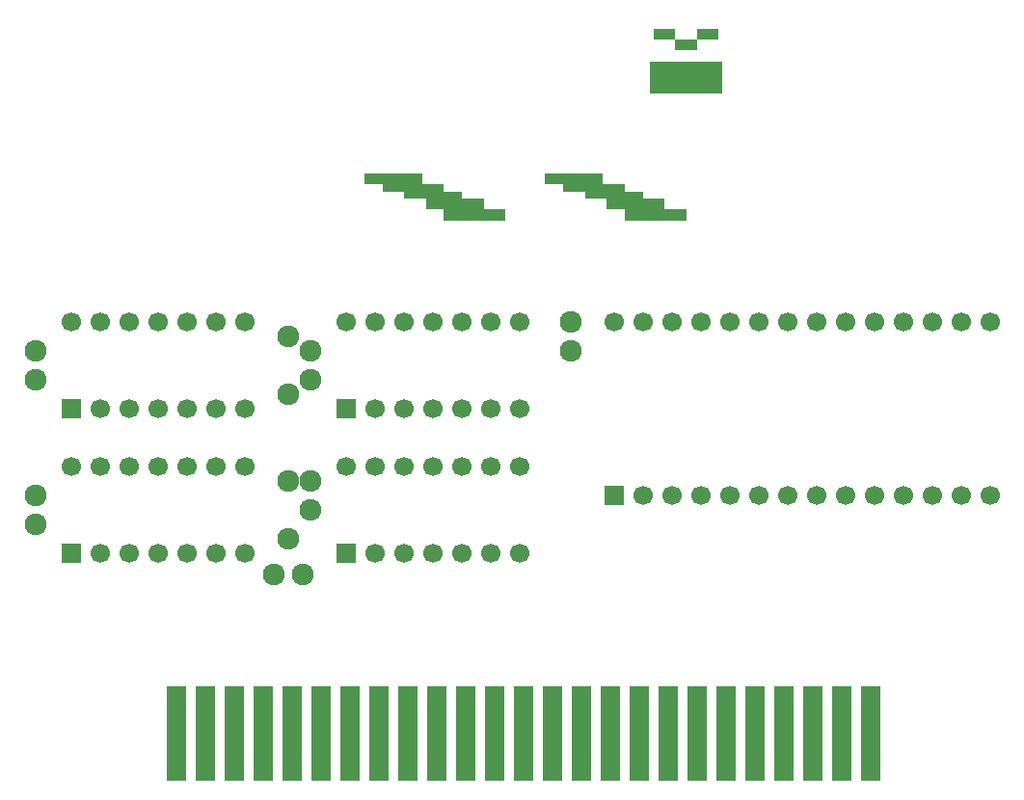
<source format=gbr>
G04 DipTrace 2.4.0.2*
%INTopMask.gbr*%
%MOIN*%
%ADD29C,0.0669*%
%ADD31R,0.0669X0.0669*%
%ADD33R,0.0679X0.3279*%
%ADD35C,0.0759*%
%FSLAX44Y44*%
G04*
G70*
G90*
G75*
G01*
%LNTopMask*%
%LPD*%
D35*
X25904Y20387D3*
Y21387D3*
X16654Y12637D3*
X15654Y12638D3*
X16904Y20387D3*
X16903Y19387D3*
X7404Y20387D3*
X7403Y19387D3*
X16904Y15887D3*
X16903Y14887D3*
X7404Y15387D3*
X7403Y14387D3*
D33*
X36279Y7137D3*
X35279D3*
X34279D3*
X33279D3*
X32279D3*
X31279D3*
X30279D3*
X29279D3*
X28279D3*
X27279D3*
X26279D3*
X25279D3*
X24279D3*
X23279D3*
X22279D3*
X21279D3*
X20279D3*
X19279D3*
X18279D3*
X17279D3*
X16279D3*
X15279D3*
X14279D3*
X13279D3*
X12279D3*
D35*
X16154Y15887D3*
Y13887D3*
Y18887D3*
Y20887D3*
D31*
X27404Y15387D3*
D29*
X28404D3*
X29404D3*
X30404D3*
X31404D3*
X32404D3*
X33404D3*
X34404D3*
X35404D3*
X36404D3*
X37404D3*
X38404D3*
X39404D3*
X40404D3*
Y21371D3*
X39404D3*
X38404D3*
X37404D3*
X36404D3*
X35404D3*
X34404D3*
X33404D3*
X32404D3*
X31404D3*
X30404D3*
X29404D3*
X28404D3*
X27404D3*
D31*
X18154Y18387D3*
D29*
X19154D3*
X20154D3*
X21154D3*
X22154D3*
X23154D3*
X24154D3*
Y21387D3*
X23154D3*
X22154D3*
X21154D3*
X20154D3*
X19154D3*
X18154D3*
D31*
Y13387D3*
D29*
X19154D3*
X20154D3*
X21154D3*
X22154D3*
X23154D3*
X24154D3*
Y16387D3*
X23154D3*
X22154D3*
X21154D3*
X20154D3*
X19154D3*
X18154D3*
D31*
X8654Y13387D3*
D29*
X9654D3*
X10654D3*
X11654D3*
X12654D3*
X13654D3*
X14654D3*
Y16387D3*
X13654D3*
X12654D3*
X11654D3*
X10654D3*
X9654D3*
X8654D3*
D31*
Y18387D3*
D29*
X9654D3*
X10654D3*
X11654D3*
X12654D3*
X13654D3*
X14654D3*
Y21387D3*
X13654D3*
X12654D3*
X11654D3*
X10654D3*
X9654D3*
X8654D3*
G36*
X28779Y31512D2*
X29529D1*
Y31137D1*
X28779D1*
Y31512D1*
G37*
G36*
X25029Y26512D2*
X27029D1*
Y26137D1*
X27779D1*
Y25887D1*
X28404D1*
Y25637D1*
X29154D1*
Y25262D1*
X29904D1*
Y24887D1*
X27779D1*
Y25262D1*
X27154D1*
Y25637D1*
X26404D1*
Y25887D1*
X25654D1*
Y26137D1*
X25029D1*
D1*
Y26512D1*
G37*
G36*
X18779D2*
X20779D1*
Y26137D1*
X21529D1*
Y25887D1*
X22154D1*
Y25637D1*
X22904D1*
Y25262D1*
X23654D1*
Y24887D1*
X21529D1*
Y25262D1*
X20904D1*
Y25637D1*
X20154D1*
Y25887D1*
X19404D1*
Y26137D1*
X18779D1*
D1*
Y26512D1*
G37*
G36*
X29529Y31137D2*
X30279D1*
Y30762D1*
X29529D1*
Y31137D1*
G37*
G36*
X30279Y31512D2*
X31029D1*
Y31137D1*
X30279D1*
Y31512D1*
G37*
G36*
X28654Y30387D2*
X31154D1*
Y29262D1*
X28654D1*
Y30387D1*
G37*
M02*

</source>
